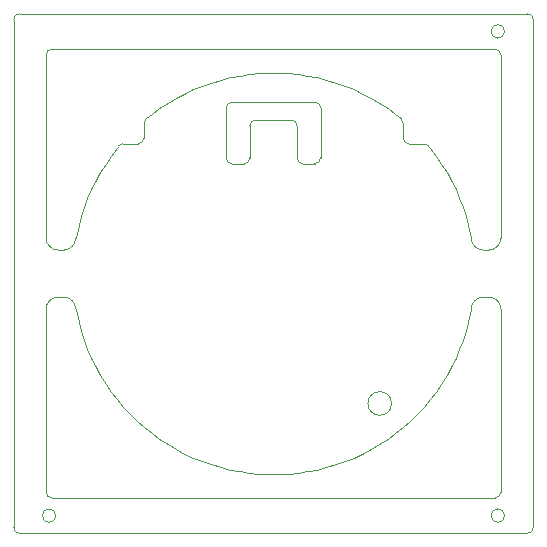
<source format=gbr>
%TF.GenerationSoftware,KiCad,Pcbnew,7.0.6-7.0.6~ubuntu23.04.1*%
%TF.CreationDate,2023-08-08T21:58:14-04:00*%
%TF.ProjectId,EnviroPuck,456e7669-726f-4507-9563-6b2e6b696361,rev?*%
%TF.SameCoordinates,Original*%
%TF.FileFunction,Profile,NP*%
%FSLAX46Y46*%
G04 Gerber Fmt 4.6, Leading zero omitted, Abs format (unit mm)*
G04 Created by KiCad (PCBNEW 7.0.6-7.0.6~ubuntu23.04.1) date 2023-08-08 21:58:14*
%MOMM*%
%LPD*%
G01*
G04 APERTURE LIST*
%TA.AperFunction,Profile*%
%ADD10C,0.100000*%
%TD*%
%TA.AperFunction,Profile*%
%ADD11C,0.080000*%
%TD*%
G04 APERTURE END LIST*
D10*
X10000000Y-11000000D02*
G75*
G03*
X10000000Y-11000000I-1000000J0D01*
G01*
X10962344Y12753642D02*
G75*
G03*
X10775411Y13143479I-500044J-42D01*
G01*
X13112155Y10814704D02*
G75*
G03*
X12729141Y10993367I-383055J-321304D01*
G01*
X-12729141Y10993410D02*
G75*
G03*
X-13112187Y10814732I41J-500010D01*
G01*
X-10775395Y13143459D02*
G75*
G03*
X-10962318Y12753642I313095J-389859D01*
G01*
X-11462318Y10993418D02*
G75*
G03*
X-10962318Y11493367I18J499982D01*
G01*
X10962267Y11493367D02*
G75*
G03*
X11462318Y10993367I500033J33D01*
G01*
X-10962318Y11493367D02*
X-10962318Y12753642D01*
X-12729141Y10993367D02*
X-11462318Y10993367D01*
X11462318Y10993367D02*
X12729141Y10993367D01*
X10962318Y12753642D02*
X10962318Y11493367D01*
X-19250003Y-18500003D02*
G75*
G03*
X-18750000Y-19000003I500003J3D01*
G01*
X18749997Y-18999997D02*
G75*
G03*
X19249997Y-18499997I3J499997D01*
G01*
X-21500000Y22000000D02*
G75*
G03*
X-22000000Y21500000I0J-500000D01*
G01*
X-22000000Y-21500000D02*
G75*
G03*
X-21500000Y-22000000I500000J0D01*
G01*
X-22000000Y-21500000D02*
X-22000000Y21500000D01*
X22000000Y21500000D02*
G75*
G03*
X21500000Y22000000I-500000J0D01*
G01*
X-21500000Y22000000D02*
X21500000Y22000000D01*
X21500000Y-22000000D02*
G75*
G03*
X22000000Y-21500000I0J500000D01*
G01*
X21500000Y-22000000D02*
X-21500000Y-22000000D01*
X22000000Y21500000D02*
X22000000Y-21500000D01*
X19250000Y18500000D02*
G75*
G03*
X18750000Y19000000I-500000J0D01*
G01*
X-18749997Y18999997D02*
G75*
G03*
X-19249997Y18500000I-3J-499997D01*
G01*
X19576000Y-20500000D02*
G75*
G03*
X19576000Y-20500000I-576000J0D01*
G01*
X19576000Y20500000D02*
G75*
G03*
X19576000Y20500000I-576000J0D01*
G01*
X-18424000Y-20500000D02*
G75*
G03*
X-18424000Y-20500000I-576000J0D01*
G01*
X18749997Y-19000003D02*
X-18750000Y-19000003D01*
X-18749997Y19000000D02*
X18750000Y19000000D01*
X-19250000Y-18500003D02*
X-19250000Y-3000000D01*
X19249997Y-18499997D02*
X19249997Y-2999994D01*
X19250000Y18500000D02*
X19250000Y2999997D01*
X-19249997Y2999997D02*
X-19249997Y18500000D01*
X16506011Y-4068366D02*
X16750000Y-2999997D01*
X16290179Y-4861077D02*
X16506011Y-4068366D01*
X16036301Y-5642434D02*
X16290179Y-4861077D01*
X15744969Y-6410612D02*
X16036301Y-5642434D01*
X15416864Y-7163819D02*
X15744969Y-6410612D01*
X15052752Y-7900294D02*
X15416864Y-7163819D01*
X14653484Y-8618318D02*
X15052752Y-7900294D01*
X14219992Y-9316213D02*
X14653484Y-8618318D01*
X13753289Y-9992349D02*
X14219992Y-9316213D01*
X13254464Y-10645148D02*
X13753289Y-9992349D01*
X12724683Y-11273085D02*
X13254464Y-10645148D01*
X12165182Y-11874693D02*
X12724683Y-11273085D01*
X11577270Y-12448567D02*
X12165182Y-11874693D01*
X10962318Y-12993367D02*
X11577270Y-12448567D01*
X10321763Y-13507821D02*
X10962318Y-12993367D01*
X9657101Y-13990726D02*
X10321763Y-13507821D01*
X8969884Y-14440955D02*
X9657101Y-13990726D01*
X8261718Y-14857457D02*
X8969884Y-14440955D01*
X7534256Y-15239258D02*
X8261718Y-14857457D01*
X6789198Y-15585467D02*
X7534256Y-15239258D01*
X6028283Y-15895276D02*
X6789198Y-15585467D01*
X5253289Y-16167961D02*
X6028283Y-15895276D01*
X4466025Y-16402884D02*
X5253289Y-16167961D01*
X3668331Y-16599498D02*
X4466025Y-16402884D01*
X2862070Y-16757343D02*
X3668331Y-16599498D01*
X2049124Y-16876051D02*
X2862070Y-16757343D01*
X1231392Y-16955344D02*
X2049124Y-16876051D01*
X410784Y-16995036D02*
X1231392Y-16955344D01*
X-410784Y-16995036D02*
X410784Y-16995036D01*
X-1231392Y-16955344D02*
X-410784Y-16995036D01*
X-2049124Y-16876051D02*
X-1231392Y-16955344D01*
X-2862070Y-16757343D02*
X-2049124Y-16876051D01*
X-3668331Y-16599498D02*
X-2862070Y-16757343D01*
X-4466025Y-16402884D02*
X-3668331Y-16599498D01*
X-5253289Y-16167961D02*
X-4466025Y-16402884D01*
X-6028283Y-15895276D02*
X-5253289Y-16167961D01*
X-6789198Y-15585467D02*
X-6028283Y-15895276D01*
X-7534256Y-15239258D02*
X-6789198Y-15585467D01*
X-8261718Y-14857457D02*
X-7534256Y-15239258D01*
X-8969884Y-14440955D02*
X-8261718Y-14857457D01*
X-9657101Y-13990726D02*
X-8969884Y-14440955D01*
X-10321763Y-13507821D02*
X-9657101Y-13990726D01*
X-10962318Y-12993367D02*
X-10321763Y-13507821D01*
X-11577270Y-12448567D02*
X-10962318Y-12993367D01*
X-12165182Y-11874693D02*
X-11577270Y-12448567D01*
X-12724683Y-11273085D02*
X-12165182Y-11874693D01*
X-13254464Y-10645148D02*
X-12724683Y-11273085D01*
X-13753289Y-9992349D02*
X-13254464Y-10645148D01*
X-14219992Y-9316213D02*
X-13753289Y-9992349D01*
X-14653484Y-8618318D02*
X-14219992Y-9316213D01*
X-15052752Y-7900294D02*
X-14653484Y-8618318D01*
X-15416864Y-7163819D02*
X-15052752Y-7900294D01*
X-15744969Y-6410612D02*
X-15416864Y-7163819D01*
X-16036301Y-5642434D02*
X-15744969Y-6410612D01*
X-16290179Y-4861077D02*
X-16036301Y-5642434D01*
X-16506011Y-4068366D02*
X-16290179Y-4861077D01*
X-16750003Y-2999997D02*
X-16506011Y-4068366D01*
X-16506011Y4068366D02*
X-16750000Y3000000D01*
X-16290179Y4861077D02*
X-16506011Y4068366D01*
X-16036301Y5642434D02*
X-16290179Y4861077D01*
X-15744969Y6410612D02*
X-16036301Y5642434D01*
X-15416864Y7163819D02*
X-15744969Y6410612D01*
X-15052752Y7900294D02*
X-15416864Y7163819D01*
X-14653484Y8618318D02*
X-15052752Y7900294D01*
X-14219992Y9316213D02*
X-14653484Y8618318D01*
X-13753289Y9992349D02*
X-14219992Y9316213D01*
X-13254464Y10645148D02*
X-13753289Y9992349D01*
X-13112188Y10814732D02*
X-13254464Y10645148D01*
X-10321763Y13507821D02*
X-10775411Y13143479D01*
X-9657101Y13990726D02*
X-10321763Y13507821D01*
X-8969884Y14440955D02*
X-9657101Y13990726D01*
X-8261718Y14857457D02*
X-8969884Y14440955D01*
X-7534256Y15239258D02*
X-8261718Y14857457D01*
X-6789198Y15585467D02*
X-7534256Y15239258D01*
X-6028283Y15895276D02*
X-6789198Y15585467D01*
X-5253289Y16167961D02*
X-6028283Y15895276D01*
X-4466025Y16402884D02*
X-5253289Y16167961D01*
X-3668331Y16599498D02*
X-4466025Y16402884D01*
X-2862070Y16757343D02*
X-3668331Y16599498D01*
X-2049124Y16876051D02*
X-2862070Y16757343D01*
X-1231392Y16955344D02*
X-2049124Y16876051D01*
X-410784Y16995036D02*
X-1231392Y16955344D01*
X410784Y16995036D02*
X-410784Y16995036D01*
X1231392Y16955344D02*
X410784Y16995036D01*
X2049124Y16876051D02*
X1231392Y16955344D01*
X2862070Y16757343D02*
X2049124Y16876051D01*
X3668331Y16599498D02*
X2862070Y16757343D01*
X4466025Y16402884D02*
X3668331Y16599498D01*
X5253289Y16167961D02*
X4466025Y16402884D01*
X6028283Y15895276D02*
X5253289Y16167961D01*
X6789198Y15585467D02*
X6028283Y15895276D01*
X7534256Y15239258D02*
X6789198Y15585467D01*
X8261718Y14857457D02*
X7534256Y15239258D01*
X8969884Y14440955D02*
X8261718Y14857457D01*
X9657101Y13990726D02*
X8969884Y14440955D01*
X10321763Y13507821D02*
X9657101Y13990726D01*
X10775411Y13143479D02*
X10321763Y13507821D01*
X13254464Y10645148D02*
X13112188Y10814732D01*
X13753289Y9992349D02*
X13254464Y10645148D01*
X14219992Y9316213D02*
X13753289Y9992349D01*
X14653484Y8618318D02*
X14219992Y9316213D01*
X15052752Y7900294D02*
X14653484Y8618318D01*
X15416864Y7163819D02*
X15052752Y7900294D01*
X15744969Y6410612D02*
X15416864Y7163819D01*
X16036301Y5642434D02*
X15744969Y6410612D01*
X16290179Y4861077D02*
X16036301Y5642434D01*
X16506011Y4068366D02*
X16290179Y4861077D01*
X16750003Y3000000D02*
X16506011Y4068366D01*
X-1500000Y13000000D02*
G75*
G03*
X-2000000Y12500000I0J-500000D01*
G01*
X2000000Y12500000D02*
G75*
G03*
X1500000Y13000000I-500000J0D01*
G01*
X2000000Y9800000D02*
G75*
G03*
X2500000Y9300000I500000J0D01*
G01*
X-2500000Y9300000D02*
G75*
G03*
X-2000000Y9800000I0J500000D01*
G01*
X-3500000Y14500000D02*
G75*
G03*
X-4000000Y14000000I0J-500000D01*
G01*
X-4000000Y9800000D02*
G75*
G03*
X-3500000Y9300000I500000J0D01*
G01*
X3500000Y9300000D02*
G75*
G03*
X4000000Y9800000I0J500000D01*
G01*
X4000000Y14000000D02*
G75*
G03*
X3500000Y14500000I-500000J0D01*
G01*
X3500000Y9300000D02*
X2500000Y9300000D01*
X4000000Y14000000D02*
X4000000Y9800000D01*
X-3500000Y14500000D02*
X3500000Y14500000D01*
X-4000000Y9800000D02*
X-4000000Y14000000D01*
X-2500000Y9300000D02*
X-3500000Y9300000D01*
X-2000000Y12500000D02*
X-2000000Y9800000D01*
X1500000Y13000000D02*
X-1500000Y13000000D01*
X2000000Y9800000D02*
X2000000Y12500000D01*
D11*
%TO.C,REF\u002A\u002A*%
X-17749997Y2000003D02*
G75*
G03*
X-16750000Y3000000I1J999996D01*
G01*
X-16750003Y-2999997D02*
G75*
G03*
X-17750000Y-2000000I-999996J1D01*
G01*
X-19249997Y2999997D02*
G75*
G03*
X-18250000Y2000000I999996J-1D01*
G01*
X-18250003Y-2000003D02*
G75*
G03*
X-19250000Y-3000000I-1J-999996D01*
G01*
X-17750000Y-2000000D02*
X-18250000Y-2000000D01*
X-18250000Y2000000D02*
X-17750000Y2000000D01*
X17750000Y2000003D02*
X18250000Y2000003D01*
X18250000Y-1999997D02*
X17750000Y-1999997D01*
X19249997Y-2999994D02*
G75*
G03*
X18250000Y-1999997I-999997J0D01*
G01*
X17749997Y-2000000D02*
G75*
G03*
X16750000Y-2999997I0J-999997D01*
G01*
X18250003Y2000006D02*
G75*
G03*
X19250000Y3000003I0J999997D01*
G01*
X16750003Y3000000D02*
G75*
G03*
X17750000Y2000003I999997J0D01*
G01*
%TD*%
M02*

</source>
